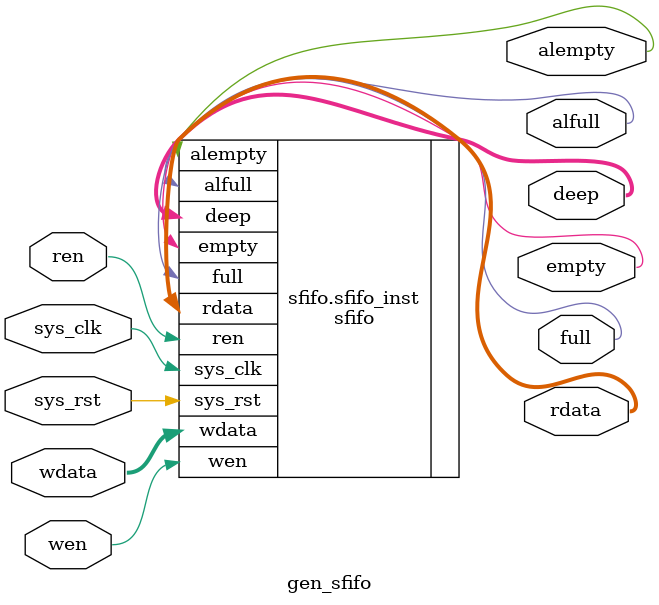
<source format=v>
`default_nettype wire
`timescale 1ns/1ps
module gen_sfifo #(parameter
    DEVICE_FIFO               = "GENERAL"        , //"ALTERA","XILINX","GENERAL"
    IS_ARRAY_RAM              =   0              ,
    RAM_STYLE_MODE            =  "block"         , //"distributed", "registers","block","auto"
    WIDTH_DATA                =   32             ,
    WIDTH_ADDR                =   9              ,
    WATERAGE_UP               =   1              , //���ֵ: alfull ��Ӧ��ˮλ + WATERAGE_UP   = full
    WATERAGE_DOWN             =   1              , //���ֵ��alempty��Ӧ��ˮλ - WATERAGE_DOWN = empty
    SHOW_AHEAD                =   1              , //1��ʾshow_aheadģʽ��0��ʾnormalģʽ
    OVERLIMIT_CHECK           =   1              , //
    OUT_REGISTERED            =   0                // 0 -> no registered ;
                                                   // 1 -> ram embed registered data out ;
                                                   // 2 -> registered dq out of ram ;
)
(
    input   wire                    sys_clk  ,
    input   wire                    sys_rst  ,
    input   wire  [WIDTH_DATA-1:0]  wdata    ,
    input   wire                    wen      ,

    input   wire                    ren      ,
    output  wire  [WIDTH_DATA-1:0]  rdata    ,

    output  wire                    alfull   ,
    output  wire                    full     ,
    output  wire                    alempty  ,
    output  wire                    empty    ,
    output  wire  [WIDTH_ADDR-1:0]  deep
);

generate
    if (DEVICE_FIFO == "XILINX") 
        begin: sfifo
            localparam  READ_MODE = (SHOW_AHEAD == 1) ? "fwft" : "std";
            localparam  FIFO_READ_LATENCY = (SHOW_AHEAD == 1) ? 0 : 1;
            localparam  PROG_FULL_THRESH  = 2 ** WIDTH_ADDR - WATERAGE_UP ;
            localparam  PROG_EMPTY_THRESH = WATERAGE_DOWN ;
            // xpm_fifo_sync: Synchronous FIFO
            // Xilinx Parameterized Macro, Version 2017.4
            xpm_fifo_sync # (
                .FIFO_MEMORY_TYPE             ( "auto"            ), //string; "auto", "block", "distributed", or "ultra";
                .ECC_MODE                     ( "no_ecc"          ), //string; "no_ecc" or "en_ecc";
                .FIFO_WRITE_DEPTH             ( 2 ** WIDTH_ADDR   ), //positive integer
                .WRITE_DATA_WIDTH             ( WIDTH_DATA        ), //positive integer
                .WR_DATA_COUNT_WIDTH          ( WIDTH_ADDR        ), //positive integer
                .PROG_FULL_THRESH             ( PROG_FULL_THRESH  ), //positive integer
                .FULL_RESET_VALUE             ( 0                 ), //positive integer; 0 or 1
                .USE_ADV_FEATURES             ( "0707"            ), //string; "0000" to "1F1F";
                .READ_MODE                    ( READ_MODE         ), //string; "std" or "fwft";
                .FIFO_READ_LATENCY            ( FIFO_READ_LATENCY ), //positive integer;
                .READ_DATA_WIDTH              ( WIDTH_DATA        ), //positive integer
                .RD_DATA_COUNT_WIDTH          ( WIDTH_ADDR        ), //positive integer
                .PROG_EMPTY_THRESH            ( PROG_EMPTY_THRESH ), //positive integer
                .DOUT_RESET_VALUE             ( "0"               ), //string
                .WAKEUP_TIME                  ( 0                 ) //positive integer; 0 or 2;
            )
            sfifo_inst (
                .sleep                        ( 1'b0              ),
                .rst                          ( sys_rst           ),
                .wr_clk                       ( sys_clk           ),
                .wr_en                        ( wen               ),
                .din                          ( wdata             ),
                .full                         ( full              ),
                .overflow                     (                   ),
                .prog_full                    ( alfull            ),
                .wr_data_count                ( deep              ),
                .almost_full                  (                   ),
                .wr_ack                       (                   ),
                .wr_rst_busy                  (                   ),
                .rd_en                        ( ren               ),
                .dout                         ( rdata             ),
                .empty                        ( empty             ),
                .prog_empty                   ( alempty           ),
                .rd_data_count                (                   ),
                .almost_empty                 (                   ),
                .data_valid                   (                   ),
                .underflow                    (                   ),
                .rd_rst_busy                  (                   ),
                .injectsbiterr                ( 1'b0              ),
                .injectdbiterr                ( 1'b0              ),
                .sbiterr                      (                   ),
                .dbiterr                      (                   )
            );

        end
    else 
        begin: sfifo
            sfifo #(
                .RAM_STYLE_MODE               ( RAM_STYLE_MODE    ), //"distributed", "registers","block"
                .WIDTH_DATA                   ( WIDTH_DATA        ),
                .WIDTH_ADDR                   ( WIDTH_ADDR        ),
                .WATERAGE_UP                  ( WATERAGE_UP       ),
                .WATERAGE_DOWN                ( WATERAGE_DOWN     ),
                .SHOW_AHEAD                   ( SHOW_AHEAD        ),
                .OVERLIMIT_CHECK              ( OVERLIMIT_CHECK   ),
                .OUT_REGISTERED               ( OUT_REGISTERED    ),
                .IS_ARRAY_RAM                 ( IS_ARRAY_RAM      )
            )
            sfifo_inst (
                .sys_clk                      ( sys_clk           ),
                .sys_rst                      ( sys_rst           ),
                .wdata                        ( wdata             ),
                .wen                          ( wen               ),

                .ren                          ( ren               ),
                .rdata                        ( rdata             ),

                .alfull                       ( alfull            ),
                .full                         ( full              ),
                .alempty                      ( alempty           ),
                .empty                        ( empty             ),
                .deep                         ( deep              )
            );
        end
endgenerate

endmodule

</source>
